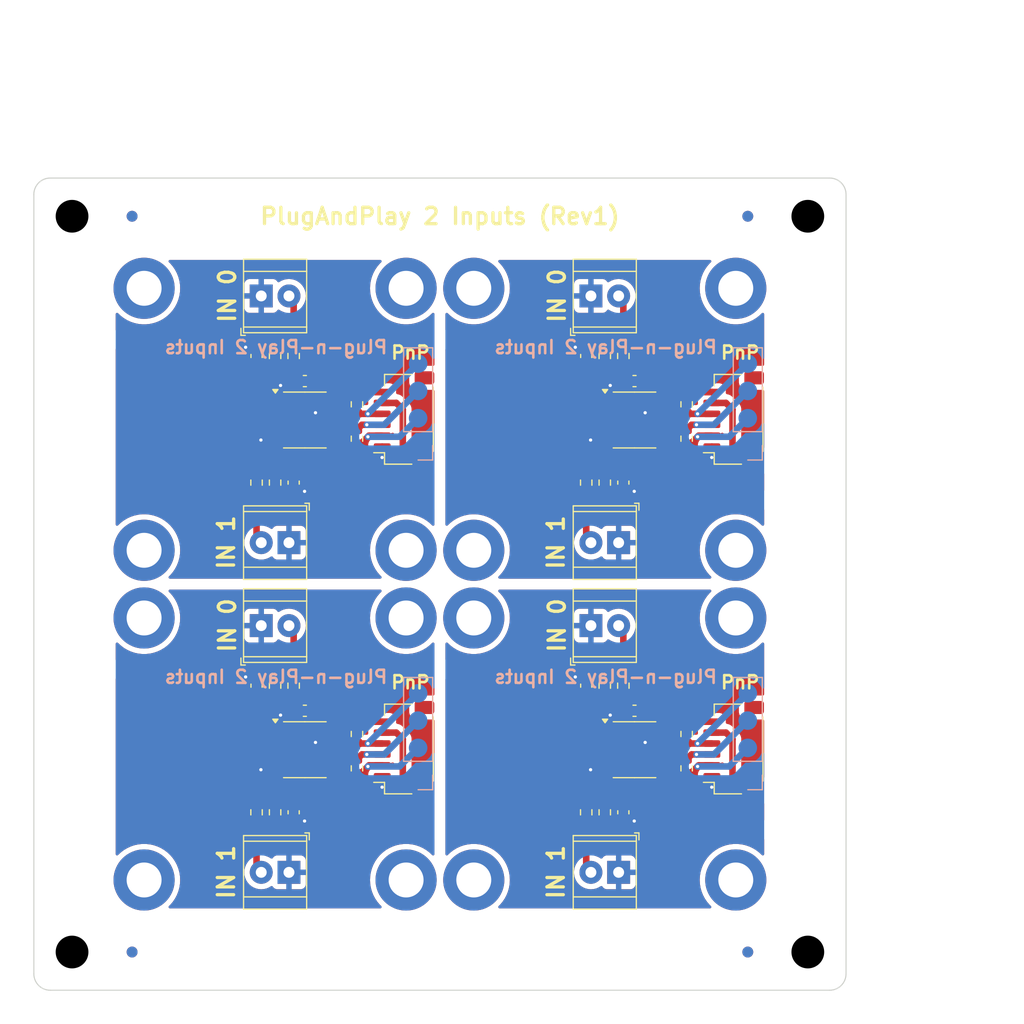
<source format=kicad_pcb>
(kicad_pcb (version 20240108) (generator "pcbnew") (generator_version "8.0")
  (title_block (title "PlugAndPlay 2 Inputs") (date "2025-10-18") (rev "1") (company "A.B. Yazamut"))
  (layers (0 "F.Cu" signal) (31 "B.Cu" signal) (34 "B.Paste" user) (35 "F.Paste" user) (36 "B.SilkS" user "B.Silkscreen") (37 "F.SilkS" user "F.Silkscreen") (38 "B.Mask" user) (39 "F.Mask" user) (44 "Edge.Cuts" user))
  (net 0 "")
  (net 1 "Board_0-GND")
  (net 2 "Board_0-INT1")
  (net 3 "Board_0-INT2")
  (net 4 "Board_0-Net-(J2-Pin_2)")
  (net 5 "Board_0-Net-(J3-Pin_2)")
  (net 6 "Board_0-SCL")
  (net 7 "Board_0-SDA")
  (net 8 "Board_0-VCC")
  (net 9 "Board_1-GND")
  (net 10 "Board_1-INT1")
  (net 11 "Board_1-INT2")
  (net 12 "Board_1-Net-(J2-Pin_2)")
  (net 13 "Board_1-Net-(J3-Pin_2)")
  (net 14 "Board_1-SCL")
  (net 15 "Board_1-SDA")
  (net 16 "Board_1-VCC")
  (net 17 "Board_2-GND")
  (net 18 "Board_2-INT1")
  (net 19 "Board_2-INT2")
  (net 20 "Board_2-Net-(J2-Pin_2)")
  (net 21 "Board_2-Net-(J3-Pin_2)")
  (net 22 "Board_2-SCL")
  (net 23 "Board_2-SDA")
  (net 24 "Board_2-VCC")
  (net 25 "Board_3-GND")
  (net 26 "Board_3-INT1")
  (net 27 "Board_3-INT2")
  (net 28 "Board_3-Net-(J2-Pin_2)")
  (net 29 "Board_3-Net-(J3-Pin_2)")
  (net 30 "Board_3-SCL")
  (net 31 "Board_3-SDA")
  (net 32 "Board_3-VCC")
  (footprint "Fiducial" (layer "F.Cu") (at 76.8 90.9)
    (property "Reference" "KiKit_FID_T_3" (hide yes))
    (property "Value" "Fiducial" (hide yes))
  )
  (footprint "MountingHole:MountingHole_3.2mm_M3_DIN965_Pad" (layer "F.Cu") (at 108.1 30.1)
    (property "Reference" "REF**" (hide yes))
    (property "Value" "MountingHole_3.2mm_M3_DIN965_Pad" (hide yes))
  )
  (footprint "Package_SO:SOIC-8_3.9x4.9mm_P1.27mm" (layer "F.Cu") (at 122.825 72.365)
    (property "Reference" "U1" (hide yes))
    (property "Value" "M24C02-FMN" (hide yes))
  )
  (footprint "Resistor_SMD:R_0603_1608Metric" (layer "F.Cu") (at 120.1 36.3 -90)
    (property "Reference" "R1" (hide yes))
    (property "Value" "10K" (hide yes))
  )
  (footprint "Resistor_SMD:R_0603_1608Metric" (layer "F.Cu") (at 127.6 74.075 -90)
    (property "Reference" "R5" (hide yes))
    (property "Value" "2.2K" (hide yes))
  )
  (footprint "MountingHole:MountingHole_3.2mm_M3_DIN965_Pad" (layer "F.Cu") (at 101.9 84.3)
    (property "Reference" "REF**" (hide yes))
    (property "Value" "MountingHole_3.2mm_M3_DIN965_Pad" (hide yes))
  )
  (footprint "Capacitor_SMD:C_0603_1608Metric" (layer "F.Cu") (at 122.825 68.8 180)
    (property "Reference" "C1" (hide yes))
    (property "Value" "0.1uF" (hide yes))
  )
  (footprint "Resistor_SMD:R_0603_1608Metric" (layer "F.Cu") (at 88.2 47.9 90)
    (property "Reference" "R3" (hide yes))
    (property "Value" "1K" (hide yes))
  )
  (footprint "MountingHole:MountingHole_3.2mm_M3_DIN965_Pad" (layer "F.Cu") (at 77.9 30.1)
    (property "Reference" "REF**" (hide yes))
    (property "Value" "MountingHole_3.2mm_M3_DIN965_Pad" (hide yes))
  )
  (footprint "Connector_JST:JST_SH_SM06B-SRSS-TB_1x06-1MP_P1.00mm_Horizontal" (layer "F.Cu") (at 101.709284 72.3 90)
    (property "Reference" "J1" (hide yes))
    (property "Value" "JST_SH_SM06B-SRSS-TB_1x06-1MP_P1.00mm_Horizontal" (hide yes))
  )
  (footprint "Resistor_SMD:R_0603_1608Metric" (layer "F.Cu") (at 120.1 66.5 -90)
    (property "Reference" "R1" (hide yes))
    (property "Value" "10K" (hide yes))
  )
  (footprint "MountingHole:MountingHole_3.2mm_M3_DIN965_Pad" (layer "F.Cu") (at 77.9 84.3)
    (property "Reference" "REF**" (hide yes))
    (property "Value" "MountingHole_3.2mm_M3_DIN965_Pad" (hide yes))
  )
  (footprint "TerminalBlock_TE-Connectivity:TerminalBlock_TE_282834-2_1x02_P2.54mm_Horizontal" (layer "F.Cu") (at 91.17 83.6 180)
    (property "Reference" "J2" (hide yes))
    (property "Value" "Input0" (hide yes))
  )
  (footprint "Fiducial:Fiducial_1mm_Mask2mm" (layer "F.Cu") (at 133.9 79.7)
    (property "Reference" "REF**" (hide yes))
    (property "Value" "Fiducial_1mm_Mask2mm" (hide yes))
  )
  (footprint "TerminalBlock_TE-Connectivity:TerminalBlock_TE_282834-2_1x02_P2.54mm_Horizontal" (layer "F.Cu") (at 88.63 61)
    (property "Reference" "J3" (hide yes))
    (property "Value" "Input1" (hide yes))
  )
  (footprint "MountingHole:MountingHole_3.2mm_M3_DIN965_Pad" (layer "F.Cu") (at 101.9 60.3)
    (property "Reference" "REF**" (hide yes))
    (property "Value" "MountingHole_3.2mm_M3_DIN965_Pad" (hide yes))
  )
  (footprint "Resistor_SMD:R_0603_1608Metric" (layer "F.Cu") (at 97.4 43.875 -90)
    (property "Reference" "R5" (hide yes))
    (property "Value" "2.2K" (hide yes))
  )
  (footprint "Resistor_SMD:R_0603_1608Metric" (layer "F.Cu") (at 121.8 66.5 -90)
    (property "Reference" "R2" (hide yes))
    (property "Value" "1K" (hide yes))
  )
  (footprint "MountingHole:MountingHole_3.2mm_M3_DIN965_Pad" (layer "F.Cu") (at 132.1 84.3)
    (property "Reference" "REF**" (hide yes))
    (property "Value" "MountingHole_3.2mm_M3_DIN965_Pad" (hide yes))
  )
  (footprint "TerminalBlock_TE-Connectivity:TerminalBlock_TE_282834-2_1x02_P2.54mm_Horizontal" (layer "F.Cu") (at 88.63 30.8)
    (property "Reference" "J3" (hide yes))
    (property "Value" "Input1" (hide yes))
  )
  (footprint "NPTH" (layer "F.Cu") (at 138.7 90.9)
    (property "Reference" "KiKit_TO_4" (hide yes))
    (property "Value" "NPTH" (hide yes))
  )
  (footprint "Package_SO:SOIC-8_3.9x4.9mm_P1.27mm" (layer "F.Cu") (at 122.825 42.165)
    (property "Reference" "U1" (hide yes))
    (property "Value" "M24C02-FMN" (hide yes))
  )
  (footprint "MountingHole:MountingHole_3.2mm_M3_DIN965_Pad" (layer "F.Cu") (at 108.1 60.3)
    (property "Reference" "REF**" (hide yes))
    (property "Value" "MountingHole_3.2mm_M3_DIN965_Pad" (hide yes))
  )
  (footprint "Resistor_SMD:R_0603_1608Metric" (layer "F.Cu") (at 97.4 40.725 90)
    (property "Reference" "R6" (hide yes))
    (property "Value" "2.2K" (hide yes))
  )
  (footprint "TerminalBlock_TE-Connectivity:TerminalBlock_TE_282834-2_1x02_P2.54mm_Horizontal" (layer "F.Cu") (at 118.83 30.8)
    (property "Reference" "J3" (hide yes))
    (property "Value" "Input1" (hide yes))
  )
  (footprint "Fiducial" (layer "F.Cu") (at 133.2 23.5)
    (property "Reference" "KiKit_FID_T_2" (hide yes))
    (property "Value" "Fiducial" (hide yes))
  )
  (footprint "Capacitor_SMD:C_0603_1608Metric" (layer "F.Cu") (at 122.825 38.6 180)
    (property "Reference" "C1" (hide yes))
    (property "Value" "0.1uF" (hide yes))
  )
  (footprint "Resistor_SMD:R_0603_1608Metric" (layer "F.Cu") (at 91.6 36.3 -90)
    (property "Reference" "R2" (hide yes))
    (property "Value" "1K" (hide yes))
  )
  (footprint "Fiducial:Fiducial_1mm_Mask2mm" (layer "F.Cu") (at 76.1 65)
    (property "Reference" "REF**" (hide yes))
    (property "Value" "Fiducial_1mm_Mask2mm" (hide yes))
  )
  (footprint "Resistor_SMD:R_0603_1608Metric" (layer "F.Cu") (at 127.6 40.725 90)
    (property "Reference" "R6" (hide yes))
    (property "Value" "2.2K" (hide yes))
  )
  (footprint "MountingHole:MountingHole_3.2mm_M3_DIN965_Pad" (layer "F.Cu") (at 108.1 84.3)
    (property "Reference" "REF**" (hide yes))
    (property "Value" "MountingHole_3.2mm_M3_DIN965_Pad" (hide yes))
  )
  (footprint "Capacitor_SMD:C_0603_1608Metric" (layer "F.Cu") (at 88.2 66.5 90)
    (property "Reference" "C2" (hide yes))
    (property "Value" "0.1uF" (hide yes))
  )
  (footprint "Resistor_SMD:R_0603_1608Metric" (layer "F.Cu") (at 88.2 78.1 90)
    (property "Reference" "R3" (hide yes))
    (property "Value" "1K" (hide yes))
  )
  (footprint "Capacitor_SMD:C_0603_1608Metric" (layer "F.Cu") (at 121.8 78.1 -90)
    (property "Reference" "C3" (hide yes))
    (property "Value" "0.1uF" (hide yes))
  )
  (footprint "Resistor_SMD:R_0603_1608Metric" (layer "F.Cu") (at 97.4 70.925 90)
    (property "Reference" "R6" (hide yes))
    (property "Value" "2.2K" (hide yes))
  )
  (footprint "MountingHole:MountingHole_3.2mm_M3_DIN965_Pad" (layer "F.Cu") (at 101.9 30.1)
    (property "Reference" "REF**" (hide yes))
    (property "Value" "MountingHole_3.2mm_M3_DIN965_Pad" (hide yes))
  )
  (footprint "MountingHole:MountingHole_3.2mm_M3_DIN965_Pad" (layer "F.Cu") (at 132.1 60.3)
    (property "Reference" "REF**" (hide yes))
    (property "Value" "MountingHole_3.2mm_M3_DIN965_Pad" (hide yes))
  )
  (footprint "TerminalBlock_TE-Connectivity:TerminalBlock_TE_282834-2_1x02_P2.54mm_Horizontal" (layer "F.Cu") (at 121.37 53.4 180)
    (property "Reference" "J2" (hide yes))
    (property "Value" "Input0" (hide yes))
  )
  (footprint "NPTH" (layer "F.Cu") (at 71.3 90.9)
    (property "Reference" "KiKit_TO_3" (hide yes))
    (property "Value" "NPTH" (hide yes))
  )
  (footprint "MountingHole:MountingHole_3.2mm_M3_DIN965_Pad" (layer "F.Cu") (at 77.9 54.1)
    (property "Reference" "REF**" (hide yes))
    (property "Value" "MountingHole_3.2mm_M3_DIN965_Pad" (hide yes))
  )
  (footprint "Package_SO:SOIC-8_3.9x4.9mm_P1.27mm" (layer "F.Cu") (at 92.625 72.365)
    (property "Reference" "U1" (hide yes))
    (property "Value" "M24C02-FMN" (hide yes))
  )
  (footprint "MountingHole:MountingHole_3.2mm_M3_DIN965_Pad" (layer "F.Cu") (at 132.1 30.1)
    (property "Reference" "REF**" (hide yes))
    (property "Value" "MountingHole_3.2mm_M3_DIN965_Pad" (hide yes))
  )
  (footprint "Capacitor_SMD:C_0603_1608Metric" (layer "F.Cu") (at 91.6 78.1 -90)
    (property "Reference" "C3" (hide yes))
    (property "Value" "0.1uF" (hide yes))
  )
  (footprint "Resistor_SMD:R_0603_1608Metric" (layer "F.Cu") (at 89.9 47.9 90)
    (property "Reference" "R4" (hide yes))
    (property "Value" "10K" (hide yes))
  )
  (footprint "Capacitor_SMD:C_0603_1608Metric" (layer "F.Cu") (at 118.4 36.3 90)
    (property "Reference" "C2" (hide yes))
    (property "Value" "0.1uF" (hide yes))
  )
  (footprint "Package_SO:SOIC-8_3.9x4.9mm_P1.27mm" (layer "F.Cu") (at 92.625 42.165)
    (property "Reference" "U1" (hide yes))
    (property "Value" "M24C02-FMN" (hide yes))
  )
  (footprint "TerminalBlock_TE-Connectivity:TerminalBlock_TE_282834-2_1x02_P2.54mm_Horizontal" (layer "F.Cu") (at 121.37 83.6 180)
    (property "Reference" "J2" (hide yes))
    (property "Value" "Input0" (hide yes))
  )
  (footprint "MountingHole:MountingHole_3.2mm_M3_DIN965_Pad" (layer "F.Cu") (at 108.1 54.1)
    (property "Reference" "REF**" (hide yes))
    (property "Value" "MountingHole_3.2mm_M3_DIN965_Pad" (hide yes))
  )
  (footprint "Capacitor_SMD:C_0603_1608Metric" (layer "F.Cu") (at 92.625 68.8 180)
    (property "Reference" "C1" (hide yes))
    (property "Value" "0.1uF" (hide yes))
  )
  (footprint "Capacitor_SMD:C_0603_1608Metric" (layer "F.Cu") (at 92.625 38.6 180)
    (property "Reference" "C1" (hide yes))
    (property "Value" "0.1uF" (hide yes))
  )
  (footprint "Resistor_SMD:R_0603_1608Metric" (layer "F.Cu") (at 91.6 66.5 -90)
    (property "Reference" "R2" (hide yes))
    (property "Value" "1K" (hide yes))
  )
  (footprint "Fiducial:Fiducial_1mm_Mask2mm" (layer "F.Cu") (at 103.7 49.5)
    (property "Reference" "REF**" (hide yes))
    (property "Value" "Fiducial_1mm_Mask2mm" (hide yes))
  )
  (footprint "Fiducial:Fiducial_1mm_Mask2mm" (layer "F.Cu") (at 76.1 34.8)
    (property "Reference" "REF**" (hide yes))
    (property "Value" "Fiducial_1mm_Mask2mm" (hide yes))
  )
  (footprint "Fiducial" (layer "F.Cu") (at 133.2 90.9)
    (property "Reference" "KiKit_FID_T_4" (hide yes))
    (property "Value" "Fiducial" (hide yes))
  )
  (footprint "NPTH" (layer "F.Cu") (at 138.7 23.5)
    (property "Reference" "KiKit_TO_2" (hide yes))
    (property "Value" "NPTH" (hide yes))
  )
  (footprint "Resistor_SMD:R_0603_1608Metric" (layer "F.Cu") (at 120.1 78.1 90)
    (property "Reference" "R4" (hide yes))
    (property "Value" "10K" (hide yes))
  )
  (footprint "Capacitor_SMD:C_0603_1608Metric" (layer "F.Cu") (at 121.8 47.9 -90)
    (property "Reference" "C3" (hide yes))
    (property "Value" "0.1uF" (hide yes))
  )
  (footprint "TerminalBlock_TE-Connectivity:TerminalBlock_TE_282834-2_1x02_P2.54mm_Horizontal" (layer "F.Cu") (at 118.83 61)
    (property "Reference" "J3" (hide yes))
    (property "Value" "Input1" (hide yes))
  )
  (footprint "Fiducial:Fiducial_1mm_Mask2mm" (layer "F.Cu") (at 133.9 49.5)
    (property "Reference" "REF**" (hide yes))
    (property "Value" "Fiducial_1mm_Mask2mm" (hide yes))
  )
  (footprint "Fiducial:Fiducial_1mm_Mask2mm" (layer "F.Cu") (at 106.3 65)
    (property "Reference" "REF**" (hide yes))
    (property "Value" "Fiducial_1mm_Mask2mm" (hide yes))
  )
  (footprint "Connector_JST:JST_SH_SM06B-SRSS-TB_1x06-1MP_P1.00mm_Horizontal" (layer "F.Cu") (at 101.709284 42.1 90)
    (property "Reference" "J1" (hide yes))
    (property "Value" "JST_SH_SM06B-SRSS-TB_1x06-1MP_P1.00mm_Horizontal" (hide yes))
  )
  (footprint "Capacitor_SMD:C_0603_1608Metric" (layer "F.Cu") (at 91.6 47.9 -90)
    (property "Reference" "C3" (hide yes))
    (property "Value" "0.1uF" (hide yes))
  )
  (footprint "Resistor_SMD:R_0603_1608Metric" (layer "F.Cu") (at 118.4 47.9 90)
    (property "Reference" "R3" (hide yes))
    (property "Value" "1K" (hide yes))
  )
  (footprint "Resistor_SMD:R_0603_1608Metric" (layer "F.Cu") (at 121.8 36.3 -90)
    (property "Reference" "R2" (hide yes))
    (property "Value" "1K" (hide yes))
  )
  (footprint "MountingHole:MountingHole_3.2mm_M3_DIN965_Pad" (layer "F.Cu") (at 77.9 60.3)
    (property "Reference" "REF**" (hide yes))
    (property "Value" "MountingHole_3.2mm_M3_DIN965_Pad" (hide yes))
  )
  (footprint "Resistor_SMD:R_0603_1608Metric" (layer "F.Cu") (at 127.6 43.875 -90)
    (property "Reference" "R5" (hide yes))
    (property "Value" "2.2K" (hide yes))
  )
  (footprint "MountingHole:MountingHole_3.2mm_M3_DIN965_Pad" (layer "F.Cu") (at 132.1 54.1)
    (property "Reference" "REF**" (hide yes))
    (property "Value" "MountingHole_3.2mm_M3_DIN965_Pad" (hide yes))
  )
  (footprint "Resistor_SMD:R_0603_1608Metric" (layer "F.Cu") (at 89.9 78.1 90)
    (property "Reference" "R4" (hide yes))
    (property "Value" "10K" (hide yes))
  )
  (footprint "MountingHole:MountingHole_3.2mm_M3_DIN965_Pad" (layer "F.Cu") (at 101.9 54.1)
    (property "Reference" "REF**" (hide yes))
    (property "Value" "MountingHole_3.2mm_M3_DIN965_Pad" (hide yes))
  )
  (footprint "NPTH" (layer "F.Cu") (at 71.3 23.5)
    (property "Reference" "KiKit_TO_1" (hide yes))
    (property "Value" "NPTH" (hide yes))
  )
  (footprint "Resistor_SMD:R_0603_1608Metric" (layer "F.Cu") (at 89.9 36.3 -90)
    (property "Reference" "R1" (hide yes))
    (property "Value" "10K" (hide yes))
  )
  (footprint "Fiducial:Fiducial_1mm_Mask2mm" (layer "F.Cu") (at 106.3 34.8)
    (property "Reference" "REF**" (hide yes))
    (property "Value" "Fiducial_1mm_Mask2mm" (hide yes))
  )
  (footprint "Connector_JST:JST_SH_SM06B-SRSS-TB_1x06-1MP_P1.00mm_Horizontal" (layer "F.Cu") (at 131.909284 72.3 90)
    (property "Reference" "J1" (hide yes))
    (property "Value" "JST_SH_SM06B-SRSS-TB_1x06-1MP_P1.00mm_Horizontal" (hide yes))
  )
  (footprint "Connector_JST:JST_SH_SM06B-SRSS-TB_1x06-1MP_P1.00mm_Horizontal" (layer "F.Cu") (at 131.909284 42.1 90)
    (property "Reference" "J1" (hide yes))
    (property "Value" "JST_SH_SM06B-SRSS-TB_1x06-1MP_P1.00mm_Horizontal" (hide yes))
  )
  (footprint "Resistor_SMD:R_0603_1608Metric" (layer "F.Cu") (at 89.9 66.5 -90)
    (property "Reference" "R1" (hide yes))
    (property "Value" "10K" (hide yes))
  )
  (footprint "TerminalBlock_TE-Connectivity:TerminalBlock_TE_282834-2_1x02_P2.54mm_Horizontal" (layer "F.Cu") (at 91.17 53.4 180)
    (property "Reference" "J2" (hide yes))
    (property "Value" "Input0" (hide yes))
  )
  (footprint "Fiducial" (layer "F.Cu") (at 76.8 23.5)
    (property "Reference" "KiKit_FID_T_1" (hide yes))
    (property "Value" "Fiducial" (hide yes))
  )
  (footprint "Resistor_SMD:R_0603_1608Metric" (layer "F.Cu") (at 97.4 74.075 -90)
    (property "Reference" "R5" (hide yes))
    (property "Value" "2.2K" (hide yes))
  )
  (footprint "Capacitor_SMD:C_0603_1608Metric" (layer "F.Cu") (at 118.4 66.5 90)
    (property "Reference" "C2" (hide yes))
    (property "Value" "0.1uF" (hide yes))
  )
  (footprint "Resistor_SMD:R_0603_1608Metric" (layer "F.Cu") (at 127.6 70.925 90)
    (property "Reference" "R6" (hide yes))
    (property "Value" "2.2K" (hide yes))
  )
  (footprint "Fiducial:Fiducial_1mm_Mask2mm" (layer "F.Cu") (at 103.7 79.7)
    (property "Reference" "REF**" (hide yes))
    (property "Value" "Fiducial_1mm_Mask2mm" (hide yes))
  )
  (footprint "Resistor_SMD:R_0603_1608Metric" (layer "F.Cu") (at 118.4 78.1 90)
    (property "Reference" "R3" (hide yes))
    (property "Value" "1K" (hide yes))
  )
  (footprint "Resistor_SMD:R_0603_1608Metric" (layer "F.Cu") (at 120.1 47.9 90)
    (property "Reference" "R4" (hide yes))
    (property "Value" "10K" (hide yes))
  )
  (footprint "Capacitor_SMD:C_0603_1608Metric" (layer "F.Cu") (at 88.2 36.3 90)
    (property "Reference" "C2" (hide yes))
    (property "Value" "0.1uF" (hide yes))
  )
  (footprint "Fiducial" (layer "B.Cu") (at 133.2 90.9)
    (property "Reference" "KiKit_FID_B_4" (hide yes))
    (property "Value" "Fiducial" (hide yes))
  )
  (footprint "Library:PogoPinsPads_1x04_P2.5mm" (layer "B.Cu") (at 133.2 74.7)
    (property "Reference" "J4" (hide yes))
    (property "Value" "Conn_01x04" (hide yes))
  )
  (footprint "Fiducial" (layer "B.Cu") (at 76.8 90.9)
    (property "Reference" "KiKit_FID_B_3" (hide yes))
    (property "Value" "Fiducial" (hide yes))
  )
  (footprint "Library:PogoPinsPads_1x04_P2.5mm" (layer "B.Cu") (at 103 74.7)
    (property "Reference" "J4" (hide yes))
    (property "Value" "Conn_01x04" (hide yes))
  )
  (footprint "Fiducial" (layer "B.Cu") (at 133.2 23.5)
    (property "Reference" "KiKit_FID_B_2" (hide yes))
    (property "Value" "Fiducial" (hide yes))
  )
  (footprint "Library:PogoPinsPads_1x04_P2.5mm" (layer "B.Cu") (at 133.2 44.5)
    (property "Reference" "J4" (hide yes))
    (property "Value" "Conn_01x04" (hide yes))
  )
  (footprint "Fiducial" (layer "B.Cu") (at 76.8 23.5)
    (property "Reference" "KiKit_FID_B_1" (hide yes))
    (property "Value" "Fiducial" (hide yes))
  )
  (footprint "Library:PogoPinsPads_1x04_P2.5mm" (layer "B.Cu") (at 103 44.5)
    (property "Reference" "J4" (hide yes))
    (property "Value" "Conn_01x04" (hide yes))
  )
  (gr_line (start 141.533355 20.252795) (end 141.407095 20.177118) (stroke (width 0.1)) (layer "Edge.Cuts"))
  (gr_line (start 68.052795 20.666644) (end 67.977118 20.792904) (stroke (width 0.1)) (layer "Edge.Cuts"))
  (gr_line (start 68.864572 94.33541) (end 69.007364 94.371177) (stroke (width 0.1)) (layer "Edge.Cuts"))
  (gr_line (start 68.592904 94.222881) (end 68.725974 94.285819) (stroke (width 0.1)) (layer "Edge.Cuts"))
  (gr_line (start 141.407095 94.222881) (end 141.533355 94.147204) (stroke (width 0.1)) (layer "Edge.Cuts"))
  (gr_line (start 141.407095 20.177118) (end 141.274025 20.11418) (stroke (width 0.1)) (layer "Edge.Cuts"))
  (gr_line (start 69.152974 94.392777) (end 69.3 94.4) (stroke (width 0.1)) (layer "Edge.Cuts"))
  (gr_line (start 68.239339 20.439339) (end 68.140484 20.54841) (stroke (width 0.1)) (layer "Edge.Cuts"))
  (gr_line (start 141.274025 20.11418) (end 141.135427 20.064589) (stroke (width 0.1)) (layer "Edge.Cuts"))
  (gr_line (start 142.192777 21.352974) (end 142.171177 21.207364) (stroke (width 0.1)) (layer "Edge.Cuts"))
  (gr_line (start 67.807222 21.352974) (end 67.8 21.5) (stroke (width 0.1)) (layer "Edge.Cuts"))
  (gr_line (start 142.2 21.5) (end 142.192777 21.352974) (stroke (width 0.1)) (layer "Edge.Cuts"))
  (gr_line (start 142.085819 20.925974) (end 142.022881 20.792904) (stroke (width 0.1)) (layer "Edge.Cuts"))
  (gr_line (start 67.8 21.5) (end 67.8 92.9) (stroke (width 0.1)) (layer "Edge.Cuts"))
  (gr_line (start 142.022881 20.792904) (end 141.947204 20.666644) (stroke (width 0.1)) (layer "Edge.Cuts"))
  (gr_line (start 69.3 94.4) (end 140.7 94.4) (stroke (width 0.1)) (layer "Edge.Cuts"))
  (gr_line (start 67.828822 21.207364) (end 67.807222 21.352974) (stroke (width 0.1)) (layer "Edge.Cuts"))
  (gr_line (start 140.847025 20.007222) (end 140.7 20) (stroke (width 0.1)) (layer "Edge.Cuts"))
  (gr_line (start 68.34841 20.340484) (end 68.239339 20.439339) (stroke (width 0.1)) (layer "Edge.Cuts"))
  (gr_line (start 69.007364 94.371177) (end 69.152974 94.392777) (stroke (width 0.1)) (layer "Edge.Cuts"))
  (gr_line (start 140.847025 94.392777) (end 140.992635 94.371177) (stroke (width 0.1)) (layer "Edge.Cuts"))
  (gr_line (start 67.828822 93.192635) (end 67.864589 93.335427) (stroke (width 0.1)) (layer "Edge.Cuts"))
  (gr_line (start 67.8 92.9) (end 67.807222 93.047025) (stroke (width 0.1)) (layer "Edge.Cuts"))
  (gr_line (start 67.91418 20.925974) (end 67.864589 21.064572) (stroke (width 0.1)) (layer "Edge.Cuts"))
  (gr_line (start 141.947204 20.666644) (end 141.859515 20.54841) (stroke (width 0.1)) (layer "Edge.Cuts"))
  (gr_line (start 141.135427 20.064589) (end 140.992635 20.028822) (stroke (width 0.1)) (layer "Edge.Cuts"))
  (gr_line (start 140.7 20) (end 69.3 20) (stroke (width 0.1)) (layer "Edge.Cuts"))
  (gr_line (start 68.466644 94.147204) (end 68.592904 94.222881) (stroke (width 0.1)) (layer "Edge.Cuts"))
  (gr_line (start 68.34841 94.059515) (end 68.466644 94.147204) (stroke (width 0.1)) (layer "Edge.Cuts"))
  (gr_line (start 68.140484 93.851589) (end 68.239339 93.96066) (stroke (width 0.1)) (layer "Edge.Cuts"))
  (gr_line (start 68.725974 20.11418) (end 68.592904 20.177118) (stroke (width 0.1)) (layer "Edge.Cuts"))
  (gr_line (start 68.052795 93.733355) (end 68.140484 93.851589) (stroke (width 0.1)) (layer "Edge.Cuts"))
  (gr_line (start 69.152974 20.007222) (end 69.007364 20.028822) (stroke (width 0.1)) (layer "Edge.Cuts"))
  (gr_line (start 141.76066 20.439339) (end 141.651589 20.340484) (stroke (width 0.1)) (layer "Edge.Cuts"))
  (gr_line (start 142.13541 93.335427) (end 142.171177 93.192635) (stroke (width 0.1)) (layer "Edge.Cuts"))
  (gr_line (start 142.13541 21.064572) (end 142.085819 20.925974) (stroke (width 0.1)) (layer "Edge.Cuts"))
  (gr_line (start 67.807222 93.047025) (end 67.828822 93.192635) (stroke (width 0.1)) (layer "Edge.Cuts"))
  (gr_line (start 69.3 20) (end 69.152974 20.007222) (stroke (width 0.1)) (layer "Edge.Cuts"))
  (gr_line (start 67.91418 93.474025) (end 67.977118 93.607095) (stroke (width 0.1)) (layer "Edge.Cuts"))
  (gr_line (start 141.859515 20.54841) (end 141.76066 20.439339) (stroke (width 0.1)) (layer "Edge.Cuts"))
  (gr_line (start 140.992635 94.371177) (end 141.135427 94.33541) (stroke (width 0.1)) (layer "Edge.Cuts"))
  (gr_line (start 68.239339 93.96066) (end 68.34841 94.059515) (stroke (width 0.1)) (layer "Edge.Cuts"))
  (gr_line (start 68.466644 20.252795) (end 68.34841 20.340484) (stroke (width 0.1)) (layer "Edge.Cuts"))
  (gr_line (start 68.864572 20.064589) (end 68.725974 20.11418) (stroke (width 0.1)) (layer "Edge.Cuts"))
  (gr_line (start 68.140484 20.54841) (end 68.052795 20.666644) (stroke (width 0.1)) (layer "Edge.Cuts"))
  (gr_line (start 67.864589 21.064572) (end 67.828822 21.207364) (stroke (width 0.1)) (layer "Edge.Cuts"))
  (gr_line (start 67.864589 93.335427) (end 67.91418 93.474025) (stroke (width 0.1)) (layer "Edge.Cuts"))
  (gr_line (start 142.2 92.9) (end 142.2 21.5) (stroke (width 0.1)) (layer "Edge.Cuts"))
  (gr_line (start 142.085819 93.474025) (end 142.13541 93.335427) (stroke (width 0.1)) (layer "Edge.Cuts"))
  (gr_line (start 142.171177 93.192635) (end 142.192777 93.047025) (stroke (width 0.1)) (layer "Edge.Cuts"))
  (gr_line (start 141.651589 94.059515) (end 141.76066 93.96066) (stroke (width 0.1)) (layer "Edge.Cuts"))
  (gr_line (start 141.533355 94.147204) (end 141.651589 94.059515) (stroke (width 0.1)) (layer "Edge.Cuts"))
  (gr_line (start 142.171177 21.207364) (end 142.13541 21.064572) (stroke (width 0.1)) (layer "Edge.Cuts"))
  (gr_line (start 68.725974 94.285819) (end 68.864572 94.33541) (stroke (width 0.1)) (layer "Edge.Cuts"))
  (gr_line (start 141.859515 93.851589) (end 141.947204 93.733355) (stroke (width 0.1)) (layer "Edge.Cuts"))
  (gr_line (start 140.7 94.4) (end 140.847025 94.392777) (stroke (width 0.1)) (layer "Edge.Cuts"))
  (gr_line (start 67.977118 20.792904) (end 67.91418 20.925974) (stroke (width 0.1)) (layer "Edge.Cuts"))
  (gr_line (start 141.274025 94.285819) (end 141.407095 94.222881) (stroke (width 0.1)) (layer "Edge.Cuts"))
  (gr_line (start 67.977118 93.607095) (end 68.052795 93.733355) (stroke (width 0.1)) (layer "Edge.Cuts"))
  (gr_line (start 141.651589 20.340484) (end 141.533355 20.252795) (stroke (width 0.1)) (layer "Edge.Cuts"))
  (gr_line (start 68.592904 20.177118) (end 68.466644 20.252795) (stroke (width 0.1)) (layer "Edge.Cuts"))
  (gr_line (start 141.135427 94.33541) (end 141.274025 94.285819) (stroke (width 0.1)) (layer "Edge.Cuts"))
  (gr_line (start 142.192777 93.047025) (end 142.2 92.9) (stroke (width 0.1)) (layer "Edge.Cuts"))
  (gr_line (start 141.76066 93.96066) (end 141.859515 93.851589) (stroke (width 0.1)) (layer "Edge.Cuts"))
  (gr_line (start 69.007364 20.028822) (end 68.864572 20.064589) (stroke (width 0.1)) (layer "Edge.Cuts"))
  (gr_line (start 140.992635 20.028822) (end 140.847025 20.007222) (stroke (width 0.1)) (layer "Edge.Cuts"))
  (gr_line (start 142.022881 93.607095) (end 142.085819 93.474025) (stroke (width 0.1)) (layer "Edge.Cuts"))
  (gr_line (start 141.947204 93.733355) (end 142.022881 93.607095) (stroke (width 0.1)) (layer "Edge.Cuts"))
  (gr_text "Plug-n-Play 2 Inputs" (at 130.511428 66.4 0) (layer "B.SilkS") (effects (font (size 1.2 1.2) (thickness 0.24) (bold yes)) (justify left bottom mirror)))
  (gr_text "Plug-n-Play 2 Inputs" (at 130.511428 36.2 0) (layer "B.SilkS") (effects (font (size 1.2 1.2) (thickness 0.24) (bold yes)) (justify left bottom mirror)))
  (gr_text "Plug-n-Play 2 Inputs" (at 100.311428 36.2 0) (layer "B.SilkS") (effects (font (size 1.2 1.2) (thickness 0.24) (bold yes)) (justify left bottom mirror)))
  (gr_text "Plug-n-Play 2 Inputs" (at 100.311428 66.4 0) (layer "B.SilkS") (effects (font (size 1.2 1.2) (thickness 0.24) (bold yes)) (justify left bottom mirror)))
  (gr_text "IN 1" (at 116.5 86.2 90) (layer "F.SilkS") (effects (font (size 1.5 1.5) (thickness 0.3) (bold yes)) (justify left bottom)))
  (gr_text "IN 0" (at 86.4 33.4 90) (layer "F.SilkS") (effects (font (size 1.5 1.5) (thickness 0.3) (bold yes)) (justify left bottom)))
  (gr_text "IN 0" (at 116.6 63.6 90) (layer "F.SilkS") (effects (font (size 1.5 1.5) (thickness 0.3) (bold yes)) (justify left bottom)))
  (gr_text "PnP" (at 130.6 36.7 0) (layer "F.SilkS") (effects (font (size 1.2 1.2) (thickness 0.24) (bold yes)) (justify left bottom)))
  (gr_text "IN 1" (at 86.3 56 90) (layer "F.SilkS") (effects (font (size 1.5 1.5) (thickness 0.3) (bold yes)) (justify left bottom)))
  (gr_text "PlugAndPlay 2 Inputs (Rev1)" (at 105 23.5 0) (layer "F.SilkS") (effects (font (size 1.5 1.5) (thickness 0.3))))
  (gr_text "PnP" (at 130.6 66.9 0) (layer "F.SilkS") (effects (font (size 1.2 1.2) (thickness 0.24) (bold yes)) (justify left bottom)))
  (gr_text "PnP" (at 100.4 36.7 0) (layer "F.SilkS") (effects (font (size 1.2 1.2) (thickness 0.24) (bold yes)) (justify left bottom)))
  (gr_text "IN 0" (at 86.4 63.6 90) (layer "F.SilkS") (effects (font (size 1.5 1.5) (thickness 0.3) (bold yes)) (justify left bottom)))
  (gr_text "IN 1" (at 86.3 86.2 90) (layer "F.SilkS") (effects (font (size 1.5 1.5) (thickness 0.3) (bold yes)) (justify left bottom)))
  (gr_text "PnP" (at 100.4 66.9 0) (layer "F.SilkS") (effects (font (size 1.2 1.2) (thickness 0.24) (bold yes)) (justify left bottom)))
  (gr_text "IN 1" (at 116.5 56 90) (layer "F.SilkS") (effects (font (size 1.5 1.5) (thickness 0.3) (bold yes)) (justify left bottom)))
  (gr_text "IN 0" (at 116.6 33.4 90) (layer "F.SilkS") (effects (font (size 1.5 1.5) (thickness 0.3) (bold yes)) (justify left bottom)))
  (segment (start 99.709284 45.590716) (end 99.7 45.6) (width 0.6) (layer "F.Cu") (net 1))
  (segment (start 90.8 38.6) (end 90.15 39.25) (width 0.6) (layer "F.Cu") (net 1))
  (segment (start 90.15 44.07) (end 88.67 44.07) (width 0.6) (layer "F.Cu") (net 1))
  (segment (start 90.15 40.26) (end 90.15 39.25) (width 0.6) (layer "F.Cu") (net 1))
  (segment (start 87.225 35.525) (end 87.2 35.5) (width 0.6) (layer "F.Cu") (net 1))
  (segment (start 90.15 40.26) (end 90.15 44.07) (width 0.6) (layer "F.Cu") (net 1))
  (segment (start 92.575 48.675) (end 92.6 48.7) (width 0.6) (layer "F.Cu") (net 1))
  (segment (start 90.15 39.25) (end 90.4 39) (width 0.6) (layer "F.Cu") (net 1))
  (segment (start 88.67 44.07) (end 88.6 44) (width 0.6) (layer "F.Cu") (net 1))
  (segment (start 91.85 38.6) (end 90.8 38.6) (width 0.6) (layer "F.Cu") (net 1))
  (segment (start 88.2 35.525) (end 87.225 35.525) (width 0.6) (layer "F.Cu") (net 1))
  (segment (start 99.709284 44.6) (end 99.709284 45.590716) (width 0.6) (layer "F.Cu") (net 1))
  (segment (start 93.63 41.53) (end 93.6 41.5) (width 0.6) (layer "F.Cu") (net 1))
  (segment (start 95.1 41.53) (end 93.63 41.53) (width 0.6) (layer "F.Cu") (net 1))
  (segment (start 91.6 48.675) (end 92.575 48.675) (width 0.6) (layer "F.Cu") (net 1))
  (via (at 92.6 48.7) (size 0.5) (drill 0.3) (layers "F.Cu" "B.Cu") (net 1))
  (via (at 90.4 39) (size 0.5) (drill 0.3) (layers "F.Cu" "B.Cu") (net 1))
  (via (at 99.7 45.6) (size 0.5) (drill 0.3) (layers "F.Cu" "B.Cu") (net 1))
  (via (at 88.6 44) (size 0.5) (drill 0.3) (layers "F.Cu" "B.Cu") (net 1))
  (via (at 87.2 35.5) (size 0.5) (drill 0.3) (layers "F.Cu" "B.Cu") (net 1))
  (via (at 93.6 41.5) (size 0.5) (drill 0.3) (layers "F.Cu" "B.Cu") (net 1))
  (segment (start 101.6 41.2) (end 101 40.6) (width 0.6) (layer "F.Cu") (net 2))
  (segment (start 101 40.6) (end 99.709284 40.6) (width 0.6) (layer "F.Cu") (net 2))
  (segment (start 91.6 47.125) (end 99.30637 47.125) (width 0.6) (layer "F.Cu") (net 2))
  (segment (start 99.30637 47.125) (end 101.6 44.83137) (width 0.6) (layer "F.Cu") (net 2))
  (segment (start 91.55 47.075) (end 91.6 47.125) (width 0.6) (layer "F.Cu") (net 2))
  (segment (start 88.2 47.075) (end 91.55 47.075) (width 0.6) (layer "F.Cu") (net 2))
  (segment (start 101.6 44.83137) (end 101.6 41.2) (width 0.6) (layer "F.Cu") (net 2))
  (segment (start 88.2 37.075) (end 91.55 37.075) (width 0.6) (layer "F.Cu") (net 3))
  (segment (start 91.55 37.075) (end 91.6 37.125) (width 0.6) (layer "F.Cu") (net 3))
  (segment (start 98.8 39.6) (end 96.325 37.125) (width 0.6) (layer "F.Cu") (net 3))
  (segment (start 96.325 37.125) (end 91.6 37.125) (width 0.6) (layer "F.Cu") (net 3))
  (segment (start 99.709284 39.6) (end 98.8 39.6) (width 0.6) (layer "F.Cu") (net 3))
  (segment (start 88.2 52.97) (end 88.63 53.4) (width 0.6) (layer "F.Cu") (net 4))
  (segment (start 88.2 48.725) (end 88.2 52.97) (width 0.6) (layer "F.Cu") (net 4))
  (segment (start 91.6 35.475) (end 91.6 31.23) (width 0.6) (layer "F.Cu") (net 5))
  (segment (start 91.6 31.23) (end 91.17 30.8) (width 0.6) (layer "F.Cu") (net 5))
  (segment (start 98.4 41.6) (end 97.45 41.6) (width 0.6) (layer "F.Cu") (net 6))
  (segment (start 97.45 41.6) (end 97.4 41.55) (width 0.6) (layer "F.Cu") (net 6))
  (segment (start 95.1 42.8) (end 96.15 42.8) (width 0.6) (layer "F.Cu") (net 6))
  (segment (start 99.709284 41.6) (end 98.4 41.6) (width 0.6) (layer "F.Cu") (net 6))
  (segment (start 96.15 42.8) (end 97.4 41.55) (width 0.6) (layer "F.Cu") (net 6))
  (via (at 98.4 41.6) (size 0.5) (drill 0.3) (layers "F.Cu" "B.Cu") (net 6))
  (segment (start 98.4 41.6) (end 103 37) (width 0.6) (layer "B.Cu") (net 6))
  (segment (start 98.3 42.6) (end 97.85 42.6) (width 0.6) (layer "F.Cu") (net 7))
  (segment (start 98.3 42.6) (end 99.709284 42.6) (width 0.6) (layer "F.Cu") (net 7))
  (segment (start 95.1 44.07) (end 96.38 44.07) (width 0.6) (layer "F.Cu") (net 7))
  (segment (start 97.85 42.6) (end 97.4 43.05) (width 0.6) (layer "F.Cu") (net 7))
  (segment (start 96.38 44.07) (end 97.4 43.05) (width 0.6) (layer "F.Cu") (net 7))
  (via (at 98.3 42.6) (size 0.5) (drill 0.3) (layers "F.Cu" "B.Cu") (net 7))
  (segment (start 98.3 42.6) (end 99.9 42.6) (width 0.6) (layer "B.Cu") (net 7))
  (segment (start 99.9 42.6) (end 103 39.5) (width 0.6) (layer "B.Cu") (net 7))
  (segment (start 98.4 43.7) (end 97.4 44.7) (width 0.6) (layer "F.Cu") (net 8))
  (segment (start 98.5 43.6) (end 98.4 43.7) (width 0.6) (layer "F.Cu") (net 8))
  (segment (start 99.709284 43.6) (end 98.5 43.6) (width 0.6) (layer "F.Cu") (net 8))
  (via (at 98.4 43.7) (size 0.5) (drill 0.3) (layers "F.Cu" "B.Cu") (net 8))
  (segment (start 98.4 43.7) (end 101.3 43.7) (width 0.6) (layer "B.Cu") (net 8))
  (segment (start 101.3 43.7) (end 103 42) (width 0.6) (layer "B.Cu") (net 8))
  (segment (start 129.909284 45.590716) (end 129.9 45.6) (width 0.6) (layer "F.Cu") (net 9))
  (segment (start 123.83 41.53) (end 123.8 41.5) (width 0.6) (layer "F.Cu") (net 9))
  (segment (start 118.4 35.525) (end 117.425 35.525) (width 0.6) (layer "F.Cu") (net 9))
  (segment (start 125.3 41.53) (end 123.83 41.53) (width 0.6) (layer "F.Cu") (net 9))
  (segment (start 120.35 39.25) (end 120.6 39) (width 0.6) (layer "F.Cu") (net 9))
  (segment (start 121.8 48.675) (end 122.775 48.675) (width 0.6) (layer "F.Cu") (net 9))
  (segment (start 129.909284 44.6) (end 129.909284 45.590716) (width 0.6) (layer "F.Cu") (net 9))
  (segment (start 120.35 44.07) (end 118.87 44.07) (width 0.6) (layer "F.Cu") (net 9))
  (segment (start 118.87 44.07) (end 118.8 44) (width 0.6) (layer "F.Cu") (net 9))
  (segment (start 117.425 35.525) (end 117.4 35.5) (width 0.6) (layer "F.Cu") (net 9))
  (segment (start 122.05 38.6) (end 121 38.6) (width 0.6) (layer "F.Cu") (net 9))
  (segment (start 122.775 48.675) (end 122.8 48.7) (width 0.6) (layer "F.Cu") (net 9))
  (segment (start 121 38.6) (end 120.35 39.25) (width 0.6) (layer "F.Cu") (net 9))
  (segment (start 120.35 40.26) (end 120.35 39.25) (width 0.6) (layer "F.Cu") (net 9))
  (segment (start 120.35 40.26) (end 120.35 44.07) (width 0.6) (layer "F.Cu") (net 9))
  (via (at 118.8 44) (size 0.5) (drill 0.3) (layers "F.Cu" "B.Cu") (net 9))
  (via (at 123.8 41.5) (size 0.5) (drill 0.3) (layers "F.Cu" "B.Cu") (net 9))
  (via (at 117.4 35.5) (size 0.5) (drill 0.3) (layers "F.Cu" "B.Cu") (net 9))
  (via (at 122.8 48.7) (size 0.5) (drill 0.3) (layers "F.Cu" "B.Cu") (net 9))
  (via (at 120.6 39) (size 0.5) (drill 0.3) (layers "F.Cu" "B.Cu") (net 9))
  (via (at 129.9 45.6) (size 0.5) (drill 0.3) (layers "F.Cu" "B.Cu") (net 9))
  (segment (start 131.2 40.6) (end 129.909284 40.6) (width 0.6) (layer "F.Cu") (net 10))
  (segment (start 131.8 44.83137) (end 131.8 41.2) (width 0.6) (layer "F.Cu") (net 10))
  (segment (start 121.75 47.075) (end 121.8 47.125) (width 0.6) (layer "F.Cu") (net 10))
  (segment (start 131.8 41.2) (end 131.2 40.6) (width 0.6) (layer "F.Cu") (net 10))
  (segment (start 129.50637 47.125) (end 131.8 44.83137) (width 0.6) (layer "F.Cu") (net 10))
  (segment (start 121.8 47.125) (end 129.50637 47.125) (width 0.6) (layer "F.Cu") (net 10))
  (segment (start 118.4 47.075) (end 121.75 47.075) (width 0.6) (layer "F.Cu") (net 10))
  (segment (start 129.909284 39.6) (end 129 39.6) (width 0.6) (layer "F.Cu") (net 11))
  (segment (start 126.525 37.125) (end 121.8 37.125) (width 0.6) (layer "F.Cu") (net 11))
  (segment (start 118.4 37.075) (end 121.75 37.075) (width 0.6) (layer "F.Cu") (net 11))
  (segment (start 121.75 37.075) (end 121.8 37.125) (width 0.6) (layer "F.Cu") (net 11))
  (segment (start 129 39.6) (end 126.525 37.125) (width 0.6) (layer "F.Cu") (net 11))
  (segment (start 118.4 48.725) (end 118.4 52.97) (width 0.6) (layer "F.Cu") (net 12))
  (segment (start 118.4 52.97) (end 118.83 53.4) (width 0.6) (layer "F.Cu") (net 12))
  (segment (start 121.8 35.475) (end 121.8 31.23) (width 0.6) (layer "F.Cu") (net 13))
  (segment (start 121.8 31.23) (end 121.37 30.8) (width 0.6) (layer "F.Cu") (net 13))
  (segment (start 127.65 41.6) (end 127.6 41.55) (width 0.6) (layer "F.Cu") (net 14))
  (segment (start 128.6 41.6) (end 127.65 41.6) (width 0.6) (layer "F.Cu") (net 14))
  (segment (start 129.909284 41.6) (end 128.6 41.6) (width 0.6) (layer "F.Cu") (net 14))
  (segment (start 125.3 42.8) (end 126.35 42.8) (width 0.6) (layer "F.Cu") (net 14))
  (segment (start 126.35 42.8) (end 127.6 41.55) (width 0.6) (layer "F.Cu") (net 14))
  (via (at 128.6 41.6) (size 0.5) (drill 0.3) (layers "F.Cu" "B.Cu") (net 14))
  (segment (start 128.6 41.6) (end 133.2 37) (width 0.6) (layer "B.Cu") (net 14))
  (segment (start 128.05 42.6) (end 127.6 43.05) (width 0.6) (layer "F.Cu") (net 15))
  (segment (start 128.5 42.6) (end 129.909284 42.6) (width 0.6) (layer "F.Cu") (net 15))
  (segment (start 128.5 42.6) (end 128.05 42.6) (width 0.6) (layer "F.Cu") (net 15))
  (segment (start 126.58 44.07) (end 127.6 43.05) (width 0.6) (layer "F.Cu") (net 15))
  (segment (start 125.3 44.07) (end 126.58 44.07) (width 0.6) (layer "F.Cu") (net 15))
  (via (at 128.5 42.6) (size 0.5) (drill 0.3) (layers "F.Cu" "B.Cu") (net 15))
  (segment (start 128.5 42.6) (end 130.1 42.6) (width 0.6) (layer "B.Cu") (net 15))
  (segment (start 130.1 42.6) (end 133.2 39.5) (width 0.6) (layer "B.Cu") (net 15))
  (segment (start 129.909284 43.6) (end 128.7 43.6) (width 0.6) (layer "F.Cu") (net 16))
  (segment (start 128.6 43.7) (end 127.6 44.7) (width 0.6) (layer "F.Cu") (net 16))
  (segment (start 128.7 43.6) (end 128.6 43.7) (width 0.6) (layer "F.Cu") (net 16))
  (via (at 128.6 43.7) (size 0.5) (drill 0.3) (layers "F.Cu" "B.Cu") (net 16))
  (segment (start 128.6 43.7) (end 131.5 43.7) (width 0.6) (layer "B.Cu") (net 16))
  (segment (start 131.5 43.7) (end 133.2 42) (width 0.6) (layer "B.Cu") (net 16))
  (segment (start 90.8 68.8) (end 90.15 69.45) (width 0.6) (layer "F.Cu") (net 17))
  (segment (start 99.709284 75.790716) (end 99.7 75.8) (width 0.6) (layer "F.Cu") (net 17))
  (segment (start 87.225 65.725) (end 87.2 65.7) (width 0.6) (layer "F.Cu") (net 17))
  (segment (start 92.575 78.875) (end 92.6 78.9) (width 0.6) (layer "F.Cu") (net 17))
  (segment (start 90.15 70.46) (end 90.15 69.45) (width 0.6) (layer "F.Cu") (net 17))
  (segment (start 88.2 65.725) (end 87.225 65.725) (width 0.6) (layer "F.Cu") (net 17))
  (segment (start 93.63 71.73) (end 93.6 71.7) (width 0.6) (layer "F.Cu") (net 17))
  (segment (start 91.6 78.875) (end 92.575 78.875) (width 0.6) (layer "F.Cu") (net 17))
  (segment (start 99.709284 74.8) (end 99.709284 75.790716) (width 0.6) (layer "F.Cu") (net 17))
  (segment (start 90.15 70.46) (end 90.15 74.27) (width 0.6) (layer "F.Cu") (net 17))
  (segment (start 91.85 68.8) (end 90.8 68.8) (width 0.6) (layer "F.Cu") (net 17))
  (segment (start 95.1 71.73) (end 93.63 71.73) (width 0.6) (layer "F.Cu") (net 17))
  (segment (start 90.15 69.45) (end 90.4 69.2) (width 0.6) (layer "F.Cu") (net 17))
  (segment (start 88.67 74.27) (end 88.6 74.2) (width 0.6) (layer "F.Cu") (net 17))
  (segment (start 90.15 74.27) (end 88.67 74.27) (width 0.6) (layer "F.Cu") (net 17))
  (via (at 92.6 78.9) (size 0.5) (drill 0.3) (layers "F.Cu" "B.Cu") (net 17))
  (via (at 93.6 71.7) (size 0.5) (drill 0.3) (layers "F.Cu" "B.Cu") (net 17))
  (via (at 90.4 69.2) (size 0.5) (drill 0.3) (layers "F.Cu" "B.Cu") (net 17))
  (via (at 88.6 74.2) (size 0.5) (drill 0.3) (layers "F.Cu" "B.Cu") (net 17))
  (via (at 99.7 75.8) (size 0.5) (drill 0.3) (layers "F.Cu" "B.Cu") (net 17))
  (via (at 87.2 65.7) (size 0.5) (drill 0.3) (layers "F.Cu" "B.Cu") (net 17))
  (segment (start 88.2 77.275) (end 91.55 77.275) (width 0.6) (layer "F.Cu") (net 18))
  (segment (start 91.6 77.325) (end 99.30637 77.325) (width 0.6) (layer "F.Cu") (net 18))
  (segment (start 101.6 75.03137) (end 101.6 71.4) (width 0.6) (layer "F.Cu") (net 18))
  (segment (start 99.30637 77.325) (end 101.6 75.03137) (width 0.6) (layer "F.Cu") (net 18))
  (segment (start 101.6 71.4) (end 101 70.8) (width 0.6) (layer "F.Cu") (net 18))
  (segment (start 101 70.8) (end 99.709284 70.8) (width 0.6) (layer "F.Cu") (net 18))
  (segment (start 91.55 77.275) (end 91.6 77.325) (width 0.6) (layer "F.Cu") (net 18))
  (segment (start 91.55 67.275) (end 91.6 67.325) (width 0.6) (layer "F.Cu") (net 19))
  (segment (start 99.709284 69.8) (end 98.8 69.8) (width 0.6) (layer "F.Cu") (net 19))
  (segment (start 98.8 69.8) (end 96.325 67.325) (width 0.6) (layer "F.Cu") (net 19))
  (segment (start 88.2 67.275) (end 91.55 67.275) (width 0.6) (layer "F.Cu") (net 19))
  (segment (start 96.325 67.325) (end 91.6 67.325) (width 0.6) (layer "F.Cu") (net 19))
  (segment (start 88.2 83.17) (end 88.63 83.6) (width 0.6) (layer "F.Cu") (net 20))
  (segment (start 88.2 78.925) (end 88.2 83.17) (width 0.6) (layer "F.Cu") (net 20))
  (segment (start 91.6 61.43) (end 91.17 61) (width 0.6) (layer "F.Cu") (net 21))
  (segment (start 91.6 65.675) (end 91.6 61.43) (width 0.6) (layer "F.Cu") (net 21))
  (segment (start 98.4 71.8) (end 97.45 71.8) (width 0.6) (layer "F.Cu") (net 22))
  (segment (start 97.45 71.8) (end 97.4 71.75) (width 0.6) (layer "F.Cu") (net 22))
  (segment (start 96.15 73) (end 97.4 71.75) (width 0.6) (layer "F.Cu") (net 22))
  (segment (start 99.709284 71.8) (end 98.4 71.8) (width 0.6) (layer "F.Cu") (net 22))
  (segment (start 95.1 73) (end 96.15 73) (width 0.6) (layer "F.Cu") (net 22))
  (via (at 98.4 71.8) (size 0.5) (drill 0.3) (layers "F.Cu" "B.Cu") (net 22))
  (segment (start 98.4 71.8) (end 103 67.2) (width 0.6) (layer "B.Cu") (net 22))
  (segment (start 97.85 72.8) (end 97.4 73.25) (width 0.6) (layer "F.Cu") (net 23))
  (segment (start 95.1 74.27) (end 96.38 74.27) (width 0.6) (layer "F.Cu") (net 23))
  (segment (start 98.3 72.8) (end 99.709284 72.8) (width 0.6) (layer "F.Cu") (net 23))
  (segment (start 96.38 74.27) (end 97.4 73.25) (width 0.6) (layer "F.Cu") (net 23))
  (segment (start 98.3 72.8) (end 97.85 72.8) (width 0.6) (layer "F.Cu") (net 23))
  (via (at 98.3 72.8) (size 0.5) (drill 0.3) (layers "F.Cu" "B.Cu") (net 23))
  (segment (start 99.9 72.8) (end 103 69.7) (width 0.6) (layer "B.Cu") (net 23))
  (segment (start 98.3 72.8) (end 99.9 72.8) (width 0.6) (layer "B.Cu") (net 23))
  (segment (start 99.709284 73.8) (end 98.5 73.8) (width 0.6) (layer "F.Cu") (net 24))
  (segment (start 98.5 73.8) (end 98.4 73.9) (width 0.6) (layer "F.Cu") (net 24))
  (segment (start 98.4 73.9) (end 97.4 74.9) (width 0.6) (layer "F.Cu") (net 24))
  (via (at 98.4 73.9) (size 0.5) (drill 0.3) (layers "F.Cu" "B.Cu") (net 24))
  (segment (start 101.3 73.9) (end 103 72.2) (width 0.6) (layer "B.Cu") (net 24))
  (segment (start 98.4 73.9) (end 101.3 73.9) (width 0.6) (layer "B.Cu") (net 24))
  (segment (start 120.35 70.46) (end 120.35 69.45) (width 0.6) (layer "F.Cu") (net 25))
  (segment (start 129.909284 74.8) (end 129.909284 75.790716) (width 0.6) (layer "F.Cu") (net 25))
  (segment (start 121 68.8) (end 120.35 69.45) (width 0.6) (layer "F.Cu") (net 25))
  (segment (start 117.425 65.725) (end 117.4 65.7) (width 0.6) (layer "F.Cu") (net 25))
  (segment (start 120.35 74.27) (end 118.87 74.27) (width 0.6) (layer "F.Cu") (net 25))
  (segment (start 129.909284 75.790716) (end 129.9 75.8) (width 0.6) (layer "F.Cu") (net 25))
  (segment (start 118.4 65.725) (end 117.425 65.725) (width 0.6) (layer "F.Cu") (net 25))
  (segment (start 122.05 68.8) (end 121 68.8) (width 0.6) (layer "F.Cu") (net 25))
  (segment (start 125.3 71.73) (end 123.83 71.73) (width 0.6) (layer "F.Cu") (net 25))
  (segment (start 120.35 69.45) (end 120.6 69.2) (width 0.6) (layer "F.Cu") (net 25))
  (segment (start 121.8 78.875) (end 122.775 78.875) (width 0.6) (layer "F.Cu") (net 25))
  (segment (start 122.775 78.875) (end 122.8 78.9) (width 0.6) (layer "F.Cu") (net 25))
  (segment (start 120.35 70.46) (end 120.35 74.27) (width 0.6) (layer "F.Cu") (net 25))
  (segment (start 123.83 71.73) (end 123.8 71.7) (width 0.6) (layer "F.Cu") (net 25))
  (segment (start 118.87 74.27) (end 118.8 74.2) (width 0.6) (layer "F.Cu") (net 25))
  (via (at 117.4 65.7) (size 0.5) (drill 0.3) (layers "F.Cu" "B.Cu") (net 25))
  (via (at 122.8 78.9) (size 0.5) (drill 0.3) (layers "F.Cu" "B.Cu") (net 25))
  (via (at 118.8 74.2) (size 0.5) (drill 0.3) (layers "F.Cu" "B.Cu") (net 25))
  (via (at 120.6 69.2) (size 0.5) (drill 0.3) (layers "F.Cu" "B.Cu") (net 25))
  (via (at 129.9 75.8) (size 0.5) (drill 0.3) (layers "F.Cu" "B.Cu") (net 25))
  (via (at 123.8 71.7) (size 0.5) (drill 0.3) (layers "F.Cu" "B.Cu") (net 25))
  (segment (start 131.8 71.4) (end 131.2 70.8) (width 0.6) (layer "F.Cu") (net 26))
  (segment (start 131.8 75.03137) (end 131.8 71.4) (width 0.6) (layer "F.Cu") (net 26))
  (segment (start 118.4 77.275) (end 121.75 77.275) (width 0.6) (layer "F.Cu") (net 26))
  (segment (start 129.50637 77.325) (end 131.8 75.03137) (width 0.6) (layer "F.Cu") (net 26))
  (segment (start 121.75 77.275) (end 121.8 77.325) (width 0.6) (layer "F.Cu") (net 26))
  (segment (start 121.8 77.325) (end 129.50637 77.325) (width 0.6) (layer "F.Cu") (net 26))
  (segment (start 131.2 70.8) (end 129.909284 70.8) (width 0.6) (layer "F.Cu") (net 26))
  (segment (start 129 69.8) (end 126.525 67.325) (width 0.6) (layer "F.Cu") (net 27))
  (segment (start 129.909284 69.8) (end 129 69.8) (width 0.6) (layer "F.Cu") (net 27))
  (segment (start 126.525 67.325) (end 121.8 67.325) (width 0.6) (layer "F.Cu") (net 27))
  (segment (start 118.4 67.275) (end 121.75 67.275) (width 0.6) (layer "F.Cu") (net 27))
  (segment (start 121.75 67.275) (end 121.8 67.325) (width 0.6) (layer "F.Cu") (net 27))
  (segment (start 118.4 78.925) (end 118.4 83.17) (width 0.6) (layer "F.Cu") (net 28))
  (segment (start 118.4 83.17) (end 118.83 83.6) (width 0.6) (layer "F.Cu") (net 28))
  (segment (start 121.8 61.43) (end 121.37 61) (width 0.6) (layer "F.Cu") (net 29))
  (segment (start 121.8 65.675) (end 121.8 61.43) (width 0.6) (layer "F.Cu") (net 29))
  (segment (start 125.3 73) (end 126.35 73) (width 0.6) (layer "F.Cu") (net 30))
  (segment (start 127.65 71.8) (end 127.6 71.75) (width 0.6) (layer "F.Cu") (net 30))
  (segment (start 129.909284 71.8) (end 128.6 71.8) (width 0.6) (layer "F.Cu") (net 30))
  (segment (start 128.6 71.8) (end 127.65 71.8) (width 0.6) (layer "F.Cu") (net 30))
  (segment (start 126.35 73) (end 127.6 71.75) (width 0.6) (layer "F.Cu") (net 30))
  (via (at 128.6 71.8) (size 0.5) (drill 0.3) (layers "F.Cu" "B.Cu") (net 30))
  (segment (start 128.6 71.8) (end 133.2 67.2) (width 0.6) (layer "B.Cu") (net 30))
  (segment (start 128.05 72.8) (end 127.6 73.25) (width 0.6) (layer "F.Cu") (net 31))
  (segment (start 128.5 72.8) (end 129.909284 72.8) (width 0.6) (layer "F.Cu") (net 31))
  (segment (start 128.5 72.8) (end 128.05 72.8) (width 0.6) (layer "F.Cu") (net 31))
  (segment (start 126.58 74.27) (end 127.6 73.25) (width 0.6) (layer "F.Cu") (net 31))
  (segment (start 125.3 74.27) (end 126.58 74.27) (width 0.6) (layer "F.Cu") (net 31))
  (via (at 128.5 72.8) (size 0.5) (drill 0.3) (layers "F.Cu" "B.Cu") (net 31))
  (segment (start 130.1 72.8) (end 133.2 69.7) (width 0.6) (layer "B.Cu") (net 31))
  (segment (start 128.5 72.8) (end 130.1 72.8) (width 0.6) (layer "B.Cu") (net 31))
  (segment (start 128.6 73.9) (end 127.6 74.9) (width 0.6) (layer "F.Cu") (net 32))
  (segment (start 128.7 73.8) (end 128.6 73.9) (width 0.6) (layer "F.Cu") (net 32))
  (segment (start 129.909284 73.8) (end 128.7 73.8) (width 0.6) (layer "F.Cu") (net 32))
  (via (at 128.6 73.9) (size 0.5) (drill 0.3) (layers "F.Cu" "B.Cu") (net 32))
  (segment (start 128.6 73.9) (end 131.5 73.9) (width 0.6) (layer "B.Cu") (net 32))
  (segment (start 131.5 73.9) (end 133.2 72.2) (width 0.6) (layer "B.Cu") (net 32))
  (zone (net 32) (net_name "Board_3-VCC") (layer "F.Cu") (name "VCC") (priority 1) (connect_pads thru_hole_only (clearance 0.5)) (min_thickness 0.25) (fill yes (thermal_gap 0.5) (thermal_bridge_width 0.5))
    (polygon (pts (xy 105 57.2) (xy 135.2 57.2) (xy 135.2 87.4) (xy 105 87.4)))
  )
  (zone (net 24) (net_name "Board_2-VCC") (layer "F.Cu") (name "VCC") (priority 1) (connect_pads thru_hole_only (clearance 0.5)) (min_thickness 0.25) (fill yes (thermal_gap 0.5) (thermal_bridge_width 0.5))
    (polygon (pts (xy 74.8 57.2) (xy 105 57.2) (xy 105 87.4) (xy 74.8 87.4)))
  )
  (zone (net 8) (net_name "Board_0-VCC") (layer "F.Cu") (name "VCC") (priority 1) (connect_pads thru_hole_only (clearance 0.5)) (min_thickness 0.25) (fill yes (thermal_gap 0.5) (thermal_bridge_width 0.5))
    (polygon (pts (xy 74.8 27) (xy 105 27) (xy 105 57.2) (xy 74.8 57.2)))
  )
  (zone (net 16) (net_name "Board_1-VCC") (layer "F.Cu") (name "VCC") (priority 1) (connect_pads thru_hole_only (clearance 0.5)) (min_thickness 0.25) (fill yes (thermal_gap 0.5) (thermal_bridge_width 0.5))
    (polygon (pts (xy 105 27) (xy 135.2 27) (xy 135.2 57.2) (xy 105 57.2)))
  )
  (zone (net 0) (net_name "") (layers "F.Cu" "B.Cu") (connect_pads (clearance 0)) (min_thickness 0.25)
    (keepout (tracks not_allowed) (vias not_allowed) (pads not_allowed) (copperpour not_allowed) (footprints allowed))
    (fill (thermal_gap 0.5) (thermal_bridge_width 0.5))
    (polygon (pts (xy 135.7 20) (xy 135.7 94.4) (xy 134.7 94.4) (xy 134.7 20)))
  )
  (zone (net 0) (net_name "") (layers "F.Cu" "B.Cu") (connect_pads (clearance 0)) (min_thickness 0.25)
    (keepout (tracks not_allowed) (vias not_allowed) (pads not_allowed) (copperpour not_allowed) (footprints allowed))
    (fill (thermal_gap 0.5) (thermal_bridge_width 0.5))
    (polygon (pts (xy 142.2 56.7) (xy 142.2 57.7) (xy 67.8 57.7) (xy 67.8 56.7)))
  )
  (zone (net 0) (net_name "") (layers "F.Cu" "B.Cu") (connect_pads (clearance 0)) (min_thickness 0.25)
    (keepout (tracks not_allowed) (vias not_allowed) (pads not_allowed) (copperpour not_allowed) (footprints allowed))
    (fill (thermal_gap 0.5) (thermal_bridge_width 0.5))
    (polygon (pts (xy 142.2 26.5) (xy 142.2 27.5) (xy 67.8 27.5) (xy 67.8 26.5)))
  )
  (zone (net 0) (net_name "") (layers "F.Cu" "B.Cu") (connect_pads (clearance 0)) (min_thickness 0.25)
    (keepout (tracks not_allowed) (vias not_allowed) (pads not_allowed) (copperpour not_allowed) (footprints allowed))
    (fill (thermal_gap 0.5) (thermal_bridge_width 0.5))
    (polygon (pts (xy 75.3 20) (xy 75.3 94.4) (xy 74.3 94.4) (xy 74.3 20)))
  )
  (zone (net 0) (net_name "") (layers "F.Cu" "B.Cu") (connect_pads (clearance 0)) (min_thickness 0.25)
    (keepout (tracks not_allowed) (vias not_allowed) (pads not_allowed) (copperpour not_allowed) (footprints allowed))
    (fill (thermal_gap 0.5) (thermal_bridge_width 0.5))
    (polygon (pts (xy 142.2 86.9) (xy 142.2 87.9) (xy 67.8 87.9) (xy 67.8 86.9)))
  )
  (zone (net 0) (net_name "") (layers "F.Cu" "B.Cu") (connect_pads (clearance 0)) (min_thickness 0.25)
    (keepout (tracks not_allowed) (vias not_allowed) (pads not_allowed) (copperpour not_allowed) (footprints allowed))
    (fill (thermal_gap 0.5) (thermal_bridge_width 0.5))
    (polygon (pts (xy 105.5 20) (xy 105.5 94.4) (xy 104.5 94.4) (xy 104.5 20)))
  )
  (zone (net 1) (net_name "Board_0-GND") (layer "B.Cu") (name "GND") (connect_pads thru_hole_only (clearance 0.5)) (min_thickness 0.25) (fill yes (thermal_gap 0.5) (thermal_bridge_width 0.5))
    (polygon (pts (xy 74.8 27) (xy 74.8 57.2) (xy 105 57.2) (xy 105 27)))
  )
  (zone (net 9) (net_name "Board_1-GND") (layer "B.Cu") (name "GND") (connect_pads thru_hole_only (clearance 0.5)) (min_thickness 0.25) (fill yes (thermal_gap 0.5) (thermal_bridge_width 0.5))
    (polygon (pts (xy 105 27) (xy 105 57.2) (xy 135.2 57.2) (xy 135.2 27)))
  )
  (zone (net 25) (net_name "Board_3-GND") (layer "B.Cu") (name "GND") (connect_pads thru_hole_only (clearance 0.5)) (min_thickness 0.25) (fill yes (thermal_gap 0.5) (thermal_bridge_width 0.5))
    (polygon (pts (xy 105 57.2) (xy 105 87.4) (xy 135.2 87.4) (xy 135.2 57.2)))
  )
  (zone (net 17) (net_name "Board_2-GND") (layer "B.Cu") (name "GND") (connect_pads thru_hole_only (clearance 0.5)) (min_thickness 0.25) (fill yes (thermal_gap 0.5) (thermal_bridge_width 0.5))
    (polygon (pts (xy 74.8 57.2) (xy 74.8 87.4) (xy 105 87.4) (xy 105 57.2)))
  )
)
</source>
